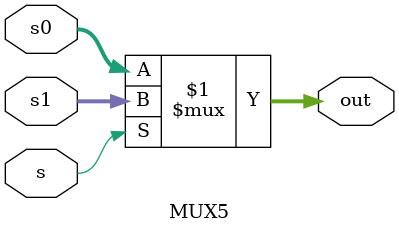
<source format=v>
module MUX5(input[4:0] s0 , input[4:0] s1 , input s , output[4:0] out);
	assign out = s ? s1 : s0;
endmodule

</source>
